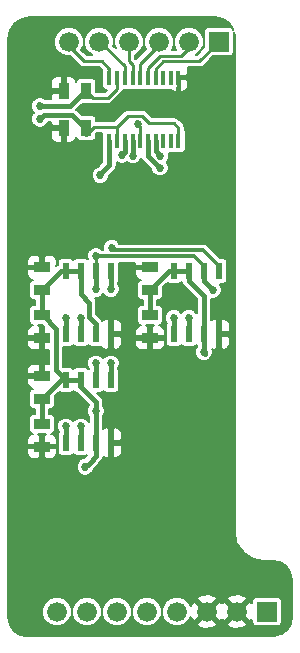
<source format=gtl>
G04 #@! TF.FileFunction,Copper,L1,Top,Signal*
%FSLAX46Y46*%
G04 Gerber Fmt 4.6, Leading zero omitted, Abs format (unit mm)*
G04 Created by KiCad (PCBNEW (2014-11-02 BZR 5250)-product) date 05/11/2014 13:18:46*
%MOMM*%
G01*
G04 APERTURE LIST*
%ADD10C,0.100000*%
%ADD11R,1.397000X0.889000*%
%ADD12R,0.889000X1.397000*%
%ADD13R,1.676400X1.676400*%
%ADD14C,1.676400*%
%ADD15R,0.406400X1.270000*%
%ADD16R,0.599440X1.399540*%
%ADD17C,0.685800*%
%ADD18C,0.406400*%
%ADD19C,0.254000*%
%ADD20C,0.152400*%
%ADD21C,0.304800*%
%ADD22C,0.203200*%
G04 APERTURE END LIST*
D10*
D11*
X112014000Y-148018500D03*
X112014000Y-146113500D03*
X121158000Y-148018500D03*
X121158000Y-146113500D03*
X112014000Y-157226000D03*
X112014000Y-155321000D03*
X112014000Y-150177500D03*
X112014000Y-152082500D03*
X121158000Y-150177500D03*
X121158000Y-152082500D03*
X112014000Y-159385000D03*
X112014000Y-161290000D03*
D12*
X115760500Y-131191000D03*
X113855500Y-131191000D03*
X115760500Y-134302500D03*
X113855500Y-134302500D03*
D13*
X127000000Y-127000000D03*
D14*
X124460000Y-127000000D03*
X121920000Y-127000000D03*
X119380000Y-127000000D03*
X116840000Y-127000000D03*
X114300000Y-127000000D03*
D15*
X117729000Y-135382000D03*
X118364000Y-135382000D03*
X119024400Y-135382000D03*
X119684800Y-135382000D03*
X120319800Y-135382000D03*
X120980200Y-135382000D03*
X121640600Y-135382000D03*
X122275600Y-135382000D03*
X122936000Y-135382000D03*
X123571000Y-135382000D03*
X123571000Y-130048000D03*
X122936000Y-130048000D03*
X122275600Y-130048000D03*
X121640600Y-130048000D03*
X120980200Y-130048000D03*
X120319800Y-130048000D03*
X119684800Y-130048000D03*
X119024400Y-130048000D03*
X118364000Y-130048000D03*
X117729000Y-130048000D03*
D16*
X114046000Y-155638500D03*
X114046000Y-160972500D03*
X115316000Y-155638500D03*
X116586000Y-155638500D03*
X117856000Y-155638500D03*
X115316000Y-160972500D03*
X116586000Y-160972500D03*
X117856000Y-160972500D03*
X114046000Y-146431000D03*
X114046000Y-151765000D03*
X115316000Y-146431000D03*
X116586000Y-146431000D03*
X117856000Y-146431000D03*
X115316000Y-151765000D03*
X116586000Y-151765000D03*
X117856000Y-151765000D03*
X123190000Y-146431000D03*
X123190000Y-151765000D03*
X124460000Y-146431000D03*
X125730000Y-146431000D03*
X127000000Y-146431000D03*
X124460000Y-151765000D03*
X125730000Y-151765000D03*
X127000000Y-151765000D03*
D13*
X131064000Y-175260000D03*
D14*
X128524000Y-175260000D03*
X125984000Y-175260000D03*
X123444000Y-175260000D03*
X120904000Y-175260000D03*
X118364000Y-175260000D03*
X115824000Y-175260000D03*
X113284000Y-175260000D03*
D17*
X115697000Y-163004500D03*
X111823500Y-133540500D03*
X125730000Y-153289000D03*
X116586000Y-158242000D03*
X111823500Y-132461000D03*
X122047000Y-136652000D03*
X114046000Y-150368000D03*
X126492000Y-148018500D03*
X116586000Y-154241500D03*
X116586000Y-147955000D03*
X116586000Y-145161000D03*
X116967000Y-138303000D03*
X117856000Y-154241500D03*
X117919500Y-144462500D03*
X117856000Y-147955000D03*
X119697500Y-136652000D03*
X115316000Y-150368000D03*
X124460000Y-150368000D03*
X118808500Y-136588500D03*
X115316000Y-159575500D03*
X123190000Y-150368000D03*
X121983500Y-137668000D03*
X120142000Y-133985000D03*
X114046000Y-159575500D03*
D18*
X116039899Y-162661601D02*
X115697000Y-163004500D01*
X116586000Y-160972500D02*
X116586000Y-162115500D01*
X116586000Y-162115500D02*
X116039899Y-162661601D01*
X112166399Y-133197601D02*
X111823500Y-133540500D01*
X112229899Y-133197601D02*
X112166399Y-133197601D01*
D19*
X118364000Y-134239000D02*
X118364000Y-135382000D01*
X116395500Y-134239000D02*
X118364000Y-134239000D01*
X115824000Y-134810500D02*
X116395500Y-134239000D01*
D20*
X115760500Y-134810500D02*
X115824000Y-134810500D01*
D19*
X119316500Y-133286500D02*
X118364000Y-134239000D01*
X120459500Y-133286500D02*
X119316500Y-133286500D01*
X121094500Y-133921500D02*
X120459500Y-133286500D01*
X123190000Y-133921500D02*
X121094500Y-133921500D01*
X123571000Y-134302500D02*
X123190000Y-133921500D01*
X123571000Y-135382000D02*
X123571000Y-134302500D01*
D18*
X114528601Y-133197601D02*
X112229899Y-133197601D01*
X115760500Y-134429500D02*
X114528601Y-133197601D01*
X115760500Y-134810500D02*
X115760500Y-134429500D01*
X114046000Y-155638500D02*
X115316000Y-155638500D01*
X116586000Y-158242000D02*
X116586000Y-160972500D01*
X116586000Y-157480000D02*
X116586000Y-158242000D01*
X115316000Y-156210000D02*
X116586000Y-157480000D01*
D20*
X115316000Y-155638500D02*
X115316000Y-156210000D01*
D18*
X113601500Y-155638500D02*
X112014000Y-157226000D01*
X114046000Y-155638500D02*
X113601500Y-155638500D01*
X112014000Y-157226000D02*
X112014000Y-159385000D01*
X114046000Y-146431000D02*
X115316000Y-146431000D01*
X113601500Y-146431000D02*
X112014000Y-148018500D01*
X114046000Y-146431000D02*
X113601500Y-146431000D01*
X112014000Y-148018500D02*
X112014000Y-150177500D01*
X124460000Y-146431000D02*
X123190000Y-146431000D01*
X122745500Y-146431000D02*
X121158000Y-148018500D01*
X123190000Y-146431000D02*
X122745500Y-146431000D01*
X121158000Y-148018500D02*
X121158000Y-150177500D01*
X125730000Y-148526500D02*
X125730000Y-151765000D01*
X124460000Y-147256500D02*
X125730000Y-148526500D01*
X124460000Y-146431000D02*
X124460000Y-147256500D01*
X113220500Y-154813000D02*
X114046000Y-155638500D01*
X113220500Y-151320500D02*
X113220500Y-154813000D01*
X112077500Y-150177500D02*
X113220500Y-151320500D01*
D19*
X112014000Y-150177500D02*
X112077500Y-150177500D01*
D18*
X116014499Y-150341329D02*
X116014500Y-150341330D01*
X116014500Y-150341330D02*
X116586000Y-150912830D01*
X116586000Y-150912830D02*
X116586000Y-151765000D01*
X115316000Y-146431000D02*
X115316000Y-147283170D01*
X125730000Y-151765000D02*
X125730000Y-153289000D01*
X125793500Y-153416000D02*
X125730000Y-153352500D01*
X125730000Y-153352500D02*
X125730000Y-153289000D01*
X115316000Y-148399500D02*
X116014500Y-149098000D01*
X116014500Y-149098000D02*
X116014500Y-150341330D01*
X115316000Y-146431000D02*
X115316000Y-148399500D01*
D19*
X121640600Y-129311400D02*
X121640600Y-130048000D01*
X122301000Y-128651000D02*
X121640600Y-129311400D01*
X125349000Y-128651000D02*
X122301000Y-128651000D01*
X127000000Y-127000000D02*
X125349000Y-128651000D01*
X120980200Y-129209800D02*
X120980200Y-130048000D01*
X121983500Y-128206500D02*
X120980200Y-129209800D01*
X123761500Y-128206500D02*
X121983500Y-128206500D01*
X124460000Y-127508000D02*
X123761500Y-128206500D01*
X124460000Y-127000000D02*
X124460000Y-127508000D01*
X121920000Y-127000000D02*
X121920000Y-127254000D01*
X121920000Y-127254000D02*
X120319800Y-128854200D01*
X120319800Y-128854200D02*
X120319800Y-130048000D01*
X120319800Y-130048000D02*
X120332500Y-130060700D01*
X119380000Y-127000000D02*
X119380000Y-128651000D01*
X119684800Y-128955800D02*
X119684800Y-130048000D01*
X119380000Y-128651000D02*
X119684800Y-128955800D01*
X116840000Y-127000000D02*
X116967000Y-127000000D01*
X116967000Y-127000000D02*
X119024400Y-129057400D01*
X119024400Y-129057400D02*
X119024400Y-130048000D01*
X114300000Y-127000000D02*
X114300000Y-127381000D01*
X114300000Y-127381000D02*
X115570000Y-128651000D01*
X115570000Y-128651000D02*
X117094000Y-128651000D01*
X117094000Y-128651000D02*
X117729000Y-129286000D01*
X117729000Y-129286000D02*
X117729000Y-130048000D01*
D18*
X115760500Y-131064000D02*
X114363500Y-132461000D01*
X112308433Y-132461000D02*
X111823500Y-132461000D01*
X114363500Y-132461000D02*
X112308433Y-132461000D01*
D19*
X116332000Y-131762500D02*
X117602000Y-131762500D01*
X118364000Y-130048000D02*
X118364000Y-131000500D01*
X118364000Y-131000500D02*
X117602000Y-131762500D01*
X115760500Y-131191000D02*
X116332000Y-131762500D01*
D20*
X115760500Y-131064000D02*
X115760500Y-131191000D01*
D19*
X122035996Y-136652000D02*
X122047000Y-136652000D01*
X122028798Y-136659198D02*
X122035996Y-136652000D01*
D18*
X121640600Y-136271000D02*
X122028798Y-136659198D01*
X121640600Y-135382000D02*
X121640600Y-136271000D01*
X114046000Y-150368000D02*
X114046000Y-151765000D01*
X125730000Y-147256500D02*
X126492000Y-148018500D01*
X125730000Y-146431000D02*
X125730000Y-147256500D01*
X116586000Y-146431000D02*
X116586000Y-147955000D01*
X116586000Y-155638500D02*
X116586000Y-154241500D01*
D19*
X116586000Y-146431000D02*
X116586000Y-145161000D01*
D20*
X125730000Y-146431000D02*
X125730000Y-146030950D01*
D21*
X125730000Y-146030950D02*
X124860050Y-145161000D01*
X124860050Y-145161000D02*
X117070933Y-145161000D01*
X117070933Y-145161000D02*
X116586000Y-145161000D01*
D18*
X117729000Y-135382000D02*
X117729000Y-137477500D01*
D19*
X117729000Y-136525000D02*
X117729000Y-137477500D01*
D18*
X116967000Y-138239500D02*
X116967000Y-138303000D01*
X117729000Y-137477500D02*
X116967000Y-138239500D01*
X117856000Y-155638500D02*
X117856000Y-154241500D01*
X117856000Y-147955000D02*
X117856000Y-146431000D01*
D20*
X127000000Y-146431000D02*
X127000000Y-146030950D01*
D18*
X119684800Y-135382000D02*
X119684800Y-136639300D01*
X119684800Y-136639300D02*
X119697500Y-136652000D01*
D21*
X118110000Y-144653000D02*
X117919500Y-144462500D01*
X125622050Y-144653000D02*
X118110000Y-144653000D01*
X127000000Y-146030950D02*
X125622050Y-144653000D01*
D18*
X115316000Y-150368000D02*
X115316000Y-151765000D01*
X124460000Y-151765000D02*
X124460000Y-150368000D01*
X119024400Y-135382000D02*
X119024399Y-136309101D01*
D19*
X119024400Y-136245600D02*
X119024399Y-136309101D01*
D18*
X118808500Y-136525000D02*
X118808500Y-136588500D01*
X119024399Y-136309101D02*
X118808500Y-136525000D01*
X115316000Y-159575500D02*
X115316000Y-160972500D01*
X123190000Y-150368000D02*
X123190000Y-151765000D01*
X121640601Y-137325101D02*
X121983500Y-137668000D01*
X120980200Y-135382000D02*
X120980200Y-136664700D01*
X120980200Y-136664700D02*
X121640601Y-137325101D01*
D19*
X120319800Y-134162800D02*
X120142000Y-133985000D01*
X120319800Y-135382000D02*
X120319800Y-134162800D01*
D18*
X114046000Y-159575500D02*
X114046000Y-160972500D01*
D22*
G36*
X133147600Y-175610390D02*
X133057733Y-176277367D01*
X132749712Y-176807158D01*
X132308600Y-177143515D01*
X132308600Y-176179038D01*
X132308600Y-176017362D01*
X132308600Y-174340962D01*
X132246729Y-174191593D01*
X132132407Y-174077271D01*
X131983038Y-174015400D01*
X131821362Y-174015400D01*
X130144962Y-174015400D01*
X129995593Y-174077271D01*
X129881271Y-174191593D01*
X129819400Y-174340962D01*
X129819400Y-174502638D01*
X129819400Y-174563625D01*
X129801439Y-174520264D01*
X129561582Y-174437945D01*
X129346055Y-174653471D01*
X129346055Y-174222418D01*
X129263736Y-173982561D01*
X128718572Y-173796715D01*
X128143787Y-173833642D01*
X127909320Y-173930761D01*
X127909320Y-152586027D01*
X127909320Y-152343513D01*
X127909320Y-152069800D01*
X127909320Y-151460200D01*
X127909320Y-151186487D01*
X127909320Y-150943973D01*
X127816514Y-150719919D01*
X127706120Y-150609525D01*
X127706120Y-147211608D01*
X127706120Y-147049932D01*
X127706120Y-145650392D01*
X127644249Y-145501023D01*
X127529927Y-145386701D01*
X127380558Y-145324830D01*
X127218882Y-145324830D01*
X127084142Y-145324830D01*
X126017181Y-144257869D01*
X125835894Y-144136736D01*
X125622050Y-144094200D01*
X124383800Y-144094200D01*
X124383800Y-130804257D01*
X124383800Y-130561743D01*
X124383800Y-130352800D01*
X124231400Y-130200400D01*
X123672600Y-130200400D01*
X123672600Y-131140200D01*
X123825000Y-131292600D01*
X123895457Y-131292600D01*
X124119511Y-131199794D01*
X124290994Y-131028311D01*
X124383800Y-130804257D01*
X124383800Y-144094200D01*
X118578065Y-144094200D01*
X118555096Y-144038610D01*
X118344499Y-143827644D01*
X118069199Y-143713330D01*
X117771109Y-143713070D01*
X117495610Y-143826904D01*
X117284644Y-144037501D01*
X117170330Y-144312801D01*
X117170077Y-144602200D01*
X117086921Y-144602200D01*
X117010999Y-144526144D01*
X116735699Y-144411830D01*
X116437609Y-144411570D01*
X116162110Y-144525404D01*
X115951144Y-144736001D01*
X115836830Y-145011301D01*
X115836570Y-145309391D01*
X115884418Y-145425192D01*
X115845927Y-145386701D01*
X115696558Y-145324830D01*
X115534882Y-145324830D01*
X114935442Y-145324830D01*
X114786073Y-145386701D01*
X114681000Y-145491774D01*
X114575927Y-145386701D01*
X114426558Y-145324830D01*
X114264882Y-145324830D01*
X113703100Y-145324830D01*
X113703100Y-135458200D01*
X113703100Y-134454900D01*
X112953800Y-134454900D01*
X112801400Y-134607300D01*
X112801400Y-134879743D01*
X112801400Y-135122257D01*
X112894206Y-135346311D01*
X113065689Y-135517794D01*
X113289743Y-135610600D01*
X113550700Y-135610600D01*
X113703100Y-135458200D01*
X113703100Y-145324830D01*
X113665442Y-145324830D01*
X113516073Y-145386701D01*
X113401751Y-145501023D01*
X113339880Y-145650392D01*
X113339880Y-145812068D01*
X113339880Y-145886736D01*
X113322100Y-145898616D01*
X113228590Y-145961098D01*
X113169702Y-145961098D01*
X113322100Y-145808700D01*
X113322100Y-145547743D01*
X113229294Y-145323689D01*
X113057811Y-145152206D01*
X112833757Y-145059400D01*
X112591243Y-145059400D01*
X112318800Y-145059400D01*
X112166400Y-145211800D01*
X112166400Y-145961100D01*
X112186400Y-145961100D01*
X112186400Y-146265900D01*
X112166400Y-146265900D01*
X112166400Y-146285900D01*
X111861600Y-146285900D01*
X111861600Y-146265900D01*
X111861600Y-145961100D01*
X111861600Y-145211800D01*
X111709200Y-145059400D01*
X111436757Y-145059400D01*
X111194243Y-145059400D01*
X110970189Y-145152206D01*
X110798706Y-145323689D01*
X110705900Y-145547743D01*
X110705900Y-145808700D01*
X110858300Y-145961100D01*
X111861600Y-145961100D01*
X111861600Y-146265900D01*
X110858300Y-146265900D01*
X110705900Y-146418300D01*
X110705900Y-146679257D01*
X110798706Y-146903311D01*
X110970189Y-147074794D01*
X111194243Y-147167600D01*
X111234662Y-147167600D01*
X111085293Y-147229471D01*
X110970971Y-147343793D01*
X110909100Y-147493162D01*
X110909100Y-147654838D01*
X110909100Y-148543838D01*
X110970971Y-148693207D01*
X111085293Y-148807529D01*
X111234662Y-148869400D01*
X111396338Y-148869400D01*
X111404400Y-148869400D01*
X111404400Y-149326600D01*
X111234662Y-149326600D01*
X111085293Y-149388471D01*
X110970971Y-149502793D01*
X110909100Y-149652162D01*
X110909100Y-149813838D01*
X110909100Y-150702838D01*
X110970971Y-150852207D01*
X111085293Y-150966529D01*
X111234662Y-151028400D01*
X111194243Y-151028400D01*
X110970189Y-151121206D01*
X110798706Y-151292689D01*
X110705900Y-151516743D01*
X110705900Y-151777700D01*
X110858300Y-151930100D01*
X111861600Y-151930100D01*
X111861600Y-151180800D01*
X111709200Y-151028400D01*
X112066296Y-151028400D01*
X112192548Y-151154652D01*
X112166400Y-151180800D01*
X112166400Y-151930100D01*
X112186400Y-151930100D01*
X112186400Y-152234900D01*
X112166400Y-152234900D01*
X112166400Y-152984200D01*
X112318800Y-153136600D01*
X112591243Y-153136600D01*
X112610900Y-153136600D01*
X112610900Y-154266900D01*
X112591243Y-154266900D01*
X112318800Y-154266900D01*
X112166400Y-154419300D01*
X112166400Y-155168600D01*
X112186400Y-155168600D01*
X112186400Y-155473400D01*
X112166400Y-155473400D01*
X112166400Y-155493400D01*
X111861600Y-155493400D01*
X111861600Y-155473400D01*
X111861600Y-155168600D01*
X111861600Y-154419300D01*
X111861600Y-152984200D01*
X111861600Y-152234900D01*
X110858300Y-152234900D01*
X110705900Y-152387300D01*
X110705900Y-152648257D01*
X110798706Y-152872311D01*
X110970189Y-153043794D01*
X111194243Y-153136600D01*
X111436757Y-153136600D01*
X111709200Y-153136600D01*
X111861600Y-152984200D01*
X111861600Y-154419300D01*
X111709200Y-154266900D01*
X111436757Y-154266900D01*
X111194243Y-154266900D01*
X110970189Y-154359706D01*
X110798706Y-154531189D01*
X110705900Y-154755243D01*
X110705900Y-155016200D01*
X110858300Y-155168600D01*
X111861600Y-155168600D01*
X111861600Y-155473400D01*
X110858300Y-155473400D01*
X110705900Y-155625800D01*
X110705900Y-155886757D01*
X110798706Y-156110811D01*
X110970189Y-156282294D01*
X111194243Y-156375100D01*
X111234662Y-156375100D01*
X111085293Y-156436971D01*
X110970971Y-156551293D01*
X110909100Y-156700662D01*
X110909100Y-156862338D01*
X110909100Y-157751338D01*
X110970971Y-157900707D01*
X111085293Y-158015029D01*
X111234662Y-158076900D01*
X111396338Y-158076900D01*
X111404400Y-158076900D01*
X111404400Y-158534100D01*
X111234662Y-158534100D01*
X111085293Y-158595971D01*
X110970971Y-158710293D01*
X110909100Y-158859662D01*
X110909100Y-159021338D01*
X110909100Y-159910338D01*
X110970971Y-160059707D01*
X111085293Y-160174029D01*
X111234662Y-160235900D01*
X111194243Y-160235900D01*
X110970189Y-160328706D01*
X110798706Y-160500189D01*
X110705900Y-160724243D01*
X110705900Y-160985200D01*
X110858300Y-161137600D01*
X111861600Y-161137600D01*
X111861600Y-160388300D01*
X111709200Y-160235900D01*
X112318800Y-160235900D01*
X112166400Y-160388300D01*
X112166400Y-161137600D01*
X113169700Y-161137600D01*
X113322100Y-160985200D01*
X113322100Y-160724243D01*
X113229294Y-160500189D01*
X113057811Y-160328706D01*
X112833757Y-160235900D01*
X112793338Y-160235900D01*
X112942707Y-160174029D01*
X113057029Y-160059707D01*
X113118900Y-159910338D01*
X113118900Y-159748662D01*
X113118900Y-158859662D01*
X113057029Y-158710293D01*
X112942707Y-158595971D01*
X112793338Y-158534100D01*
X112631662Y-158534100D01*
X112623600Y-158534100D01*
X112623600Y-158076900D01*
X112793338Y-158076900D01*
X112942707Y-158015029D01*
X113057029Y-157900707D01*
X113118900Y-157751338D01*
X113118900Y-157589662D01*
X113118900Y-156983204D01*
X113467689Y-156634415D01*
X113516073Y-156682799D01*
X113665442Y-156744670D01*
X113827118Y-156744670D01*
X114426558Y-156744670D01*
X114575927Y-156682799D01*
X114681000Y-156577726D01*
X114786073Y-156682799D01*
X114935442Y-156744670D01*
X114988566Y-156744670D01*
X115976400Y-157732504D01*
X115976400Y-157791789D01*
X115951144Y-157817001D01*
X115836830Y-158092301D01*
X115836570Y-158390391D01*
X115950404Y-158665890D01*
X115976400Y-158691931D01*
X115976400Y-159211640D01*
X115951596Y-159151610D01*
X115740999Y-158940644D01*
X115465699Y-158826330D01*
X115167609Y-158826070D01*
X114892110Y-158939904D01*
X114681144Y-159150501D01*
X114680951Y-159150964D01*
X114470999Y-158940644D01*
X114195699Y-158826330D01*
X113897609Y-158826070D01*
X113622110Y-158939904D01*
X113411144Y-159150501D01*
X113296830Y-159425801D01*
X113296570Y-159723891D01*
X113410404Y-159999390D01*
X113427628Y-160016645D01*
X113401751Y-160042523D01*
X113339880Y-160191892D01*
X113339880Y-160353568D01*
X113339880Y-161753108D01*
X113401751Y-161902477D01*
X113516073Y-162016799D01*
X113665442Y-162078670D01*
X113827118Y-162078670D01*
X114426558Y-162078670D01*
X114575927Y-162016799D01*
X114681000Y-161911726D01*
X114786073Y-162016799D01*
X114935442Y-162078670D01*
X115097118Y-162078670D01*
X115696558Y-162078670D01*
X115806099Y-162033296D01*
X115608849Y-162230546D01*
X115608846Y-162230549D01*
X115584293Y-162255101D01*
X115548609Y-162255070D01*
X115273110Y-162368904D01*
X115062144Y-162579501D01*
X114947830Y-162854801D01*
X114947570Y-163152891D01*
X115061404Y-163428390D01*
X115272001Y-163639356D01*
X115547301Y-163753670D01*
X115845391Y-163753930D01*
X116120890Y-163640096D01*
X116331856Y-163429499D01*
X116446170Y-163154199D01*
X116446202Y-163117402D01*
X116470951Y-163092654D01*
X116470951Y-163092653D01*
X116470953Y-163092650D01*
X117017052Y-162546553D01*
X117017052Y-162546552D01*
X117149197Y-162348784D01*
X117185944Y-162164039D01*
X117210969Y-162189064D01*
X117435023Y-162281870D01*
X117553740Y-162281870D01*
X117706140Y-162129470D01*
X117706140Y-161124900D01*
X117683600Y-161124900D01*
X117683600Y-160820100D01*
X117706140Y-160820100D01*
X117706140Y-159815530D01*
X117553740Y-159663130D01*
X117435023Y-159663130D01*
X117210969Y-159755936D01*
X117195600Y-159771305D01*
X117195600Y-158692210D01*
X117220856Y-158666999D01*
X117335170Y-158391699D01*
X117335430Y-158093609D01*
X117221596Y-157818110D01*
X117195600Y-157792068D01*
X117195600Y-157480000D01*
X117149197Y-157246716D01*
X117017052Y-157048948D01*
X116712774Y-156744670D01*
X116966558Y-156744670D01*
X117115927Y-156682799D01*
X117221000Y-156577726D01*
X117326073Y-156682799D01*
X117475442Y-156744670D01*
X117637118Y-156744670D01*
X118236558Y-156744670D01*
X118385927Y-156682799D01*
X118500249Y-156568477D01*
X118562120Y-156419108D01*
X118562120Y-156257432D01*
X118562120Y-154857892D01*
X118500249Y-154708523D01*
X118474526Y-154682800D01*
X118490856Y-154666499D01*
X118605170Y-154391199D01*
X118605430Y-154093109D01*
X118491596Y-153817610D01*
X118280999Y-153606644D01*
X118005699Y-153492330D01*
X117707609Y-153492070D01*
X117432110Y-153605904D01*
X117221144Y-153816501D01*
X117220951Y-153816964D01*
X117010999Y-153606644D01*
X116735699Y-153492330D01*
X116437609Y-153492070D01*
X116162110Y-153605904D01*
X115951144Y-153816501D01*
X115836830Y-154091801D01*
X115836570Y-154389891D01*
X115950404Y-154665390D01*
X115967628Y-154682645D01*
X115951000Y-154699274D01*
X115845927Y-154594201D01*
X115696558Y-154532330D01*
X115534882Y-154532330D01*
X114935442Y-154532330D01*
X114786073Y-154594201D01*
X114681000Y-154699274D01*
X114575927Y-154594201D01*
X114426558Y-154532330D01*
X114264882Y-154532330D01*
X113830100Y-154532330D01*
X113830100Y-152871170D01*
X114426558Y-152871170D01*
X114575927Y-152809299D01*
X114681000Y-152704226D01*
X114786073Y-152809299D01*
X114935442Y-152871170D01*
X115097118Y-152871170D01*
X115696558Y-152871170D01*
X115845927Y-152809299D01*
X115951000Y-152704226D01*
X116056073Y-152809299D01*
X116205442Y-152871170D01*
X116367118Y-152871170D01*
X116966558Y-152871170D01*
X117061322Y-152831917D01*
X117210969Y-152981564D01*
X117435023Y-153074370D01*
X117553740Y-153074370D01*
X117706140Y-152921970D01*
X117706140Y-151917400D01*
X117683600Y-151917400D01*
X117683600Y-151612600D01*
X117706140Y-151612600D01*
X117706140Y-150608030D01*
X117553740Y-150455630D01*
X117435023Y-150455630D01*
X117210969Y-150548436D01*
X117121424Y-150637980D01*
X117017052Y-150481778D01*
X116624100Y-150088826D01*
X116624100Y-149098000D01*
X116577697Y-148864716D01*
X116470442Y-148704199D01*
X116734391Y-148704430D01*
X117009890Y-148590596D01*
X117220856Y-148379999D01*
X117221048Y-148379535D01*
X117431001Y-148589856D01*
X117706301Y-148704170D01*
X118004391Y-148704430D01*
X118279890Y-148590596D01*
X118490856Y-148379999D01*
X118605170Y-148104699D01*
X118605430Y-147806609D01*
X118491596Y-147531110D01*
X118465600Y-147505068D01*
X118465600Y-147395626D01*
X118500249Y-147360977D01*
X118562120Y-147211608D01*
X118562120Y-147049932D01*
X118562120Y-145719800D01*
X119849900Y-145719800D01*
X119849900Y-145808700D01*
X120002300Y-145961100D01*
X121005600Y-145961100D01*
X121005600Y-145941100D01*
X121310400Y-145941100D01*
X121310400Y-145961100D01*
X121330400Y-145961100D01*
X121330400Y-146265900D01*
X121310400Y-146265900D01*
X121310400Y-146285900D01*
X121005600Y-146285900D01*
X121005600Y-146265900D01*
X120002300Y-146265900D01*
X119849900Y-146418300D01*
X119849900Y-146679257D01*
X119942706Y-146903311D01*
X120114189Y-147074794D01*
X120338243Y-147167600D01*
X120378662Y-147167600D01*
X120229293Y-147229471D01*
X120114971Y-147343793D01*
X120053100Y-147493162D01*
X120053100Y-147654838D01*
X120053100Y-148543838D01*
X120114971Y-148693207D01*
X120229293Y-148807529D01*
X120378662Y-148869400D01*
X120540338Y-148869400D01*
X120548400Y-148869400D01*
X120548400Y-149326600D01*
X120378662Y-149326600D01*
X120229293Y-149388471D01*
X120114971Y-149502793D01*
X120053100Y-149652162D01*
X120053100Y-149813838D01*
X120053100Y-150702838D01*
X120114971Y-150852207D01*
X120229293Y-150966529D01*
X120378662Y-151028400D01*
X120338243Y-151028400D01*
X120114189Y-151121206D01*
X119942706Y-151292689D01*
X119849900Y-151516743D01*
X119849900Y-151777700D01*
X120002300Y-151930100D01*
X121005600Y-151930100D01*
X121005600Y-151180800D01*
X120853200Y-151028400D01*
X121462800Y-151028400D01*
X121310400Y-151180800D01*
X121310400Y-151930100D01*
X122313700Y-151930100D01*
X122466100Y-151777700D01*
X122466100Y-151516743D01*
X122373294Y-151292689D01*
X122201811Y-151121206D01*
X121977757Y-151028400D01*
X121937338Y-151028400D01*
X122086707Y-150966529D01*
X122201029Y-150852207D01*
X122262900Y-150702838D01*
X122262900Y-150541162D01*
X122262900Y-149652162D01*
X122201029Y-149502793D01*
X122086707Y-149388471D01*
X121937338Y-149326600D01*
X121775662Y-149326600D01*
X121767600Y-149326600D01*
X121767600Y-148869400D01*
X121937338Y-148869400D01*
X122086707Y-148807529D01*
X122201029Y-148693207D01*
X122262900Y-148543838D01*
X122262900Y-148382162D01*
X122262900Y-147775704D01*
X122611689Y-147426915D01*
X122660073Y-147475299D01*
X122809442Y-147537170D01*
X122971118Y-147537170D01*
X123570558Y-147537170D01*
X123719927Y-147475299D01*
X123825000Y-147370226D01*
X123884945Y-147430171D01*
X123896803Y-147489784D01*
X124028948Y-147687552D01*
X125120400Y-148779004D01*
X125120400Y-150004140D01*
X125095596Y-149944110D01*
X124884999Y-149733144D01*
X124609699Y-149618830D01*
X124311609Y-149618570D01*
X124036110Y-149732404D01*
X123825144Y-149943001D01*
X123824951Y-149943464D01*
X123614999Y-149733144D01*
X123339699Y-149618830D01*
X123041609Y-149618570D01*
X122766110Y-149732404D01*
X122555144Y-149943001D01*
X122440830Y-150218301D01*
X122440570Y-150516391D01*
X122554404Y-150791890D01*
X122571628Y-150809145D01*
X122545751Y-150835023D01*
X122483880Y-150984392D01*
X122483880Y-151146068D01*
X122483880Y-152545608D01*
X122545751Y-152694977D01*
X122660073Y-152809299D01*
X122809442Y-152871170D01*
X122971118Y-152871170D01*
X123570558Y-152871170D01*
X123719927Y-152809299D01*
X123825000Y-152704226D01*
X123930073Y-152809299D01*
X124079442Y-152871170D01*
X124241118Y-152871170D01*
X124840558Y-152871170D01*
X124989927Y-152809299D01*
X125095000Y-152704226D01*
X125120400Y-152729626D01*
X125120400Y-152838789D01*
X125095144Y-152864001D01*
X124980830Y-153139301D01*
X124980570Y-153437391D01*
X125094404Y-153712890D01*
X125305001Y-153923856D01*
X125580301Y-154038170D01*
X125878391Y-154038430D01*
X126017068Y-153981129D01*
X126026784Y-153979197D01*
X126034948Y-153973741D01*
X126153890Y-153924596D01*
X126364856Y-153713999D01*
X126479170Y-153438699D01*
X126479430Y-153140609D01*
X126425844Y-153010921D01*
X126579023Y-153074370D01*
X126697740Y-153074370D01*
X126850140Y-152921970D01*
X126850140Y-151917400D01*
X126827600Y-151917400D01*
X126827600Y-151612600D01*
X126850140Y-151612600D01*
X126850140Y-150608030D01*
X126697740Y-150455630D01*
X126579023Y-150455630D01*
X126354969Y-150548436D01*
X126339600Y-150563805D01*
X126339600Y-148766548D01*
X126342301Y-148767670D01*
X126640391Y-148767930D01*
X126915890Y-148654096D01*
X127126856Y-148443499D01*
X127241170Y-148168199D01*
X127241430Y-147870109D01*
X127127596Y-147594610D01*
X127070256Y-147537170D01*
X127380558Y-147537170D01*
X127529927Y-147475299D01*
X127644249Y-147360977D01*
X127706120Y-147211608D01*
X127706120Y-150609525D01*
X127645031Y-150548436D01*
X127420977Y-150455630D01*
X127302260Y-150455630D01*
X127149860Y-150608030D01*
X127149860Y-151612600D01*
X127756920Y-151612600D01*
X127909320Y-151460200D01*
X127909320Y-152069800D01*
X127756920Y-151917400D01*
X127149860Y-151917400D01*
X127149860Y-152921970D01*
X127302260Y-153074370D01*
X127420977Y-153074370D01*
X127645031Y-152981564D01*
X127816514Y-152810081D01*
X127909320Y-152586027D01*
X127909320Y-173930761D01*
X127784264Y-173982561D01*
X127701945Y-174222418D01*
X128524000Y-175044474D01*
X129346055Y-174222418D01*
X129346055Y-174653471D01*
X128739526Y-175260000D01*
X129561582Y-176082055D01*
X129801439Y-175999736D01*
X129819400Y-175947048D01*
X129819400Y-176179038D01*
X129881271Y-176328407D01*
X129995593Y-176442729D01*
X130144962Y-176504600D01*
X130306638Y-176504600D01*
X131983038Y-176504600D01*
X132132407Y-176442729D01*
X132246729Y-176328407D01*
X132308600Y-176179038D01*
X132308600Y-177143515D01*
X132262396Y-177178747D01*
X131639618Y-177343600D01*
X129346055Y-177343600D01*
X129346055Y-176297582D01*
X128524000Y-175475526D01*
X128308474Y-175691052D01*
X128308474Y-175260000D01*
X127486418Y-174437945D01*
X127254000Y-174517710D01*
X127021582Y-174437945D01*
X126806055Y-174653471D01*
X126806055Y-174222418D01*
X126723736Y-173982561D01*
X126178572Y-173796715D01*
X125603787Y-173833642D01*
X125244264Y-173982561D01*
X125161945Y-174222418D01*
X125984000Y-175044474D01*
X126806055Y-174222418D01*
X126806055Y-174653471D01*
X126199526Y-175260000D01*
X127021582Y-176082055D01*
X127254000Y-176002289D01*
X127486418Y-176082055D01*
X128308474Y-175260000D01*
X128308474Y-175691052D01*
X127701945Y-176297582D01*
X127784264Y-176537439D01*
X128329428Y-176723285D01*
X128904213Y-176686358D01*
X129263736Y-176537439D01*
X129346055Y-176297582D01*
X129346055Y-177343600D01*
X126806055Y-177343600D01*
X126806055Y-176297582D01*
X125984000Y-175475526D01*
X125768474Y-175691052D01*
X125768474Y-175260000D01*
X124946418Y-174437945D01*
X124706561Y-174520264D01*
X124606403Y-174814067D01*
X124499736Y-174555912D01*
X124149930Y-174205495D01*
X123692652Y-174015617D01*
X123197520Y-174015185D01*
X122739912Y-174204264D01*
X122466100Y-174477598D01*
X122466100Y-152648257D01*
X122466100Y-152387300D01*
X122313700Y-152234900D01*
X121310400Y-152234900D01*
X121310400Y-152984200D01*
X121462800Y-153136600D01*
X121735243Y-153136600D01*
X121977757Y-153136600D01*
X122201811Y-153043794D01*
X122373294Y-152872311D01*
X122466100Y-152648257D01*
X122466100Y-174477598D01*
X122389495Y-174554070D01*
X122199617Y-175011348D01*
X122199185Y-175506480D01*
X122388264Y-175964088D01*
X122738070Y-176314505D01*
X123195348Y-176504383D01*
X123690480Y-176504815D01*
X124148088Y-176315736D01*
X124498505Y-175965930D01*
X124595651Y-175731975D01*
X124706561Y-175999736D01*
X124946418Y-176082055D01*
X125768474Y-175260000D01*
X125768474Y-175691052D01*
X125161945Y-176297582D01*
X125244264Y-176537439D01*
X125789428Y-176723285D01*
X126364213Y-176686358D01*
X126723736Y-176537439D01*
X126806055Y-176297582D01*
X126806055Y-177343600D01*
X122148815Y-177343600D01*
X122148815Y-175013520D01*
X121959736Y-174555912D01*
X121609930Y-174205495D01*
X121152652Y-174015617D01*
X121005600Y-174015488D01*
X121005600Y-152984200D01*
X121005600Y-152234900D01*
X120002300Y-152234900D01*
X119849900Y-152387300D01*
X119849900Y-152648257D01*
X119942706Y-152872311D01*
X120114189Y-153043794D01*
X120338243Y-153136600D01*
X120580757Y-153136600D01*
X120853200Y-153136600D01*
X121005600Y-152984200D01*
X121005600Y-174015488D01*
X120657520Y-174015185D01*
X120199912Y-174204264D01*
X119849495Y-174554070D01*
X119659617Y-175011348D01*
X119659185Y-175506480D01*
X119848264Y-175964088D01*
X120198070Y-176314505D01*
X120655348Y-176504383D01*
X121150480Y-176504815D01*
X121608088Y-176315736D01*
X121958505Y-175965930D01*
X122148383Y-175508652D01*
X122148815Y-175013520D01*
X122148815Y-177343600D01*
X121285000Y-177343600D01*
X121158000Y-177343600D01*
X119608815Y-177343600D01*
X119608815Y-175013520D01*
X119419736Y-174555912D01*
X119069930Y-174205495D01*
X118765320Y-174079010D01*
X118765320Y-161793527D01*
X118765320Y-161551013D01*
X118765320Y-161277300D01*
X118765320Y-160667700D01*
X118765320Y-160393987D01*
X118765320Y-160151473D01*
X118765320Y-152586027D01*
X118765320Y-152343513D01*
X118765320Y-152069800D01*
X118765320Y-151460200D01*
X118765320Y-151186487D01*
X118765320Y-150943973D01*
X118672514Y-150719919D01*
X118501031Y-150548436D01*
X118276977Y-150455630D01*
X118158260Y-150455630D01*
X118005860Y-150608030D01*
X118005860Y-151612600D01*
X118612920Y-151612600D01*
X118765320Y-151460200D01*
X118765320Y-152069800D01*
X118612920Y-151917400D01*
X118005860Y-151917400D01*
X118005860Y-152921970D01*
X118158260Y-153074370D01*
X118276977Y-153074370D01*
X118501031Y-152981564D01*
X118672514Y-152810081D01*
X118765320Y-152586027D01*
X118765320Y-160151473D01*
X118672514Y-159927419D01*
X118501031Y-159755936D01*
X118276977Y-159663130D01*
X118158260Y-159663130D01*
X118005860Y-159815530D01*
X118005860Y-160820100D01*
X118612920Y-160820100D01*
X118765320Y-160667700D01*
X118765320Y-161277300D01*
X118612920Y-161124900D01*
X118005860Y-161124900D01*
X118005860Y-162129470D01*
X118158260Y-162281870D01*
X118276977Y-162281870D01*
X118501031Y-162189064D01*
X118672514Y-162017581D01*
X118765320Y-161793527D01*
X118765320Y-174079010D01*
X118612652Y-174015617D01*
X118117520Y-174015185D01*
X117659912Y-174204264D01*
X117309495Y-174554070D01*
X117119617Y-175011348D01*
X117119185Y-175506480D01*
X117308264Y-175964088D01*
X117658070Y-176314505D01*
X118115348Y-176504383D01*
X118610480Y-176504815D01*
X119068088Y-176315736D01*
X119418505Y-175965930D01*
X119608383Y-175508652D01*
X119608815Y-175013520D01*
X119608815Y-177343600D01*
X117068815Y-177343600D01*
X117068815Y-175013520D01*
X116879736Y-174555912D01*
X116529930Y-174205495D01*
X116072652Y-174015617D01*
X115577520Y-174015185D01*
X115119912Y-174204264D01*
X114769495Y-174554070D01*
X114579617Y-175011348D01*
X114579185Y-175506480D01*
X114768264Y-175964088D01*
X115118070Y-176314505D01*
X115575348Y-176504383D01*
X116070480Y-176504815D01*
X116528088Y-176315736D01*
X116878505Y-175965930D01*
X117068383Y-175508652D01*
X117068815Y-175013520D01*
X117068815Y-177343600D01*
X114528815Y-177343600D01*
X114528815Y-175013520D01*
X114339736Y-174555912D01*
X113989930Y-174205495D01*
X113532652Y-174015617D01*
X113322100Y-174015433D01*
X113322100Y-161855757D01*
X113322100Y-161594800D01*
X113169700Y-161442400D01*
X112166400Y-161442400D01*
X112166400Y-162191700D01*
X112318800Y-162344100D01*
X112591243Y-162344100D01*
X112833757Y-162344100D01*
X113057811Y-162251294D01*
X113229294Y-162079811D01*
X113322100Y-161855757D01*
X113322100Y-174015433D01*
X113037520Y-174015185D01*
X112579912Y-174204264D01*
X112229495Y-174554070D01*
X112039617Y-175011348D01*
X112039185Y-175506480D01*
X112228264Y-175964088D01*
X112578070Y-176314505D01*
X113035348Y-176504383D01*
X113530480Y-176504815D01*
X113988088Y-176315736D01*
X114338505Y-175965930D01*
X114528383Y-175508652D01*
X114528815Y-175013520D01*
X114528815Y-177343600D01*
X111861600Y-177343600D01*
X111861600Y-162191700D01*
X111861600Y-161442400D01*
X110858300Y-161442400D01*
X110705900Y-161594800D01*
X110705900Y-161855757D01*
X110798706Y-162079811D01*
X110970189Y-162251294D01*
X111194243Y-162344100D01*
X111436757Y-162344100D01*
X111709200Y-162344100D01*
X111861600Y-162191700D01*
X111861600Y-177343600D01*
X110788949Y-177343600D01*
X110144466Y-177215404D01*
X109636205Y-176875794D01*
X109296595Y-176367533D01*
X109168400Y-175723050D01*
X109168400Y-169100500D01*
X109168400Y-165608000D01*
X109168400Y-126790949D01*
X109315931Y-126049263D01*
X109710599Y-125458600D01*
X110301265Y-125063929D01*
X111042949Y-124916400D01*
X126701050Y-124916400D01*
X127345533Y-125044595D01*
X127853794Y-125384205D01*
X128193404Y-125892466D01*
X128218239Y-126017323D01*
X128182729Y-125931593D01*
X128068407Y-125817271D01*
X127919038Y-125755400D01*
X127757362Y-125755400D01*
X126080962Y-125755400D01*
X125931593Y-125817271D01*
X125817271Y-125931593D01*
X125755400Y-126080962D01*
X125755400Y-126242638D01*
X125755400Y-127490258D01*
X125128058Y-128117600D01*
X125014365Y-128117600D01*
X125164088Y-128055736D01*
X125514505Y-127705930D01*
X125704383Y-127248652D01*
X125704815Y-126753520D01*
X125515736Y-126295912D01*
X125165930Y-125945495D01*
X124708652Y-125755617D01*
X124213520Y-125755185D01*
X123755912Y-125944264D01*
X123405495Y-126294070D01*
X123215617Y-126751348D01*
X123215185Y-127246480D01*
X123391460Y-127673100D01*
X122988137Y-127673100D01*
X123164383Y-127248652D01*
X123164815Y-126753520D01*
X122975736Y-126295912D01*
X122625930Y-125945495D01*
X122168652Y-125755617D01*
X121673520Y-125755185D01*
X121215912Y-125944264D01*
X120865495Y-126294070D01*
X120675617Y-126751348D01*
X120675185Y-127246480D01*
X120820788Y-127598869D01*
X119951500Y-128468158D01*
X119913400Y-128430058D01*
X119913400Y-128126262D01*
X120084088Y-128055736D01*
X120434505Y-127705930D01*
X120624383Y-127248652D01*
X120624815Y-126753520D01*
X120435736Y-126295912D01*
X120085930Y-125945495D01*
X119628652Y-125755617D01*
X119133520Y-125755185D01*
X118675912Y-125944264D01*
X118325495Y-126294070D01*
X118135617Y-126751348D01*
X118135185Y-127246480D01*
X118253030Y-127531688D01*
X118050820Y-127329478D01*
X118084383Y-127248652D01*
X118084815Y-126753520D01*
X117895736Y-126295912D01*
X117545930Y-125945495D01*
X117088652Y-125755617D01*
X116593520Y-125755185D01*
X116135912Y-125944264D01*
X115785495Y-126294070D01*
X115595617Y-126751348D01*
X115595185Y-127246480D01*
X115784264Y-127704088D01*
X116134070Y-128054505D01*
X116286019Y-128117600D01*
X115790942Y-128117600D01*
X115361771Y-127688429D01*
X115544383Y-127248652D01*
X115544815Y-126753520D01*
X115355736Y-126295912D01*
X115005930Y-125945495D01*
X114548652Y-125755617D01*
X114053520Y-125755185D01*
X113595912Y-125944264D01*
X113245495Y-126294070D01*
X113055617Y-126751348D01*
X113055185Y-127246480D01*
X113244264Y-127704088D01*
X113594070Y-128054505D01*
X114051348Y-128244383D01*
X114409353Y-128244695D01*
X115192829Y-129028171D01*
X115365876Y-129143797D01*
X115365877Y-129143797D01*
X115570000Y-129184400D01*
X116873058Y-129184400D01*
X117119400Y-129430741D01*
X117119400Y-129493838D01*
X117119400Y-130763838D01*
X117181271Y-130913207D01*
X117295593Y-131027529D01*
X117444962Y-131089400D01*
X117520758Y-131089400D01*
X117381058Y-131229100D01*
X116611400Y-131229100D01*
X116611400Y-130411662D01*
X116549529Y-130262293D01*
X116435207Y-130147971D01*
X116285838Y-130086100D01*
X116124162Y-130086100D01*
X115235162Y-130086100D01*
X115085793Y-130147971D01*
X114971471Y-130262293D01*
X114909600Y-130411662D01*
X114909600Y-130371243D01*
X114816794Y-130147189D01*
X114645311Y-129975706D01*
X114421257Y-129882900D01*
X114160300Y-129882900D01*
X114007900Y-130035300D01*
X114007900Y-131038600D01*
X114027900Y-131038600D01*
X114027900Y-131343400D01*
X114007900Y-131343400D01*
X114007900Y-131363400D01*
X113703100Y-131363400D01*
X113703100Y-131343400D01*
X113703100Y-131038600D01*
X113703100Y-130035300D01*
X113550700Y-129882900D01*
X113289743Y-129882900D01*
X113065689Y-129975706D01*
X112894206Y-130147189D01*
X112801400Y-130371243D01*
X112801400Y-130613757D01*
X112801400Y-130886200D01*
X112953800Y-131038600D01*
X113703100Y-131038600D01*
X113703100Y-131343400D01*
X112953800Y-131343400D01*
X112801400Y-131495800D01*
X112801400Y-131768243D01*
X112801400Y-131851400D01*
X112308433Y-131851400D01*
X112273710Y-131851400D01*
X112248499Y-131826144D01*
X111973199Y-131711830D01*
X111675109Y-131711570D01*
X111399610Y-131825404D01*
X111188644Y-132036001D01*
X111074330Y-132311301D01*
X111074070Y-132609391D01*
X111187904Y-132884890D01*
X111303578Y-133000767D01*
X111188644Y-133115501D01*
X111074330Y-133390801D01*
X111074070Y-133688891D01*
X111187904Y-133964390D01*
X111398501Y-134175356D01*
X111673801Y-134289670D01*
X111971891Y-134289930D01*
X112247390Y-134176096D01*
X112458356Y-133965499D01*
X112524086Y-133807201D01*
X112801400Y-133807201D01*
X112801400Y-133997700D01*
X112953800Y-134150100D01*
X113703100Y-134150100D01*
X113703100Y-134130100D01*
X114007900Y-134130100D01*
X114007900Y-134150100D01*
X114027900Y-134150100D01*
X114027900Y-134454900D01*
X114007900Y-134454900D01*
X114007900Y-135458200D01*
X114160300Y-135610600D01*
X114421257Y-135610600D01*
X114645311Y-135517794D01*
X114816794Y-135346311D01*
X114909600Y-135122257D01*
X114909600Y-135081838D01*
X114971471Y-135231207D01*
X115085793Y-135345529D01*
X115235162Y-135407400D01*
X115396838Y-135407400D01*
X115696652Y-135407400D01*
X115760500Y-135420100D01*
X115824347Y-135407400D01*
X116285838Y-135407400D01*
X116435207Y-135345529D01*
X116549529Y-135231207D01*
X116611400Y-135081838D01*
X116611400Y-134920162D01*
X116611400Y-134777442D01*
X116616442Y-134772400D01*
X117119400Y-134772400D01*
X117119400Y-134827838D01*
X117119400Y-135382000D01*
X117119400Y-136097838D01*
X117119400Y-137224996D01*
X116771263Y-137573132D01*
X116543110Y-137667404D01*
X116332144Y-137878001D01*
X116217830Y-138153301D01*
X116217570Y-138451391D01*
X116331404Y-138726890D01*
X116542001Y-138937856D01*
X116817301Y-139052170D01*
X117115391Y-139052430D01*
X117390890Y-138938596D01*
X117601856Y-138727999D01*
X117716170Y-138452699D01*
X117716257Y-138352346D01*
X118160052Y-137908552D01*
X118292197Y-137710784D01*
X118338600Y-137477500D01*
X118338600Y-137178376D01*
X118383501Y-137223356D01*
X118658801Y-137337670D01*
X118956891Y-137337930D01*
X119216432Y-137230689D01*
X119272501Y-137286856D01*
X119547801Y-137401170D01*
X119845891Y-137401430D01*
X120121390Y-137287596D01*
X120332356Y-137076999D01*
X120413662Y-136881190D01*
X120417003Y-136897984D01*
X120549148Y-137095752D01*
X121209549Y-137756153D01*
X121234101Y-137780705D01*
X121234070Y-137816391D01*
X121347904Y-138091890D01*
X121558501Y-138302856D01*
X121833801Y-138417170D01*
X122131891Y-138417430D01*
X122407390Y-138303596D01*
X122618356Y-138092999D01*
X122732670Y-137817699D01*
X122732930Y-137519609D01*
X122619096Y-137244110D01*
X122566865Y-137191788D01*
X122681856Y-137076999D01*
X122796170Y-136801699D01*
X122796430Y-136503609D01*
X122763288Y-136423400D01*
X122813638Y-136423400D01*
X123220038Y-136423400D01*
X123253500Y-136409539D01*
X123286962Y-136423400D01*
X123448638Y-136423400D01*
X123855038Y-136423400D01*
X124004407Y-136361529D01*
X124118729Y-136247207D01*
X124180600Y-136097838D01*
X124180600Y-135936162D01*
X124180600Y-134666162D01*
X124118729Y-134516793D01*
X124104400Y-134502464D01*
X124104400Y-134302500D01*
X124063797Y-134098377D01*
X124063797Y-134098376D01*
X124017483Y-134029063D01*
X123948171Y-133925329D01*
X123948167Y-133925326D01*
X123567171Y-133544329D01*
X123394123Y-133428703D01*
X123190000Y-133388100D01*
X121315441Y-133388100D01*
X120836671Y-132909329D01*
X120663623Y-132793703D01*
X120459500Y-132753100D01*
X119316500Y-132753100D01*
X119112376Y-132793703D01*
X119043063Y-132840016D01*
X118939329Y-132909329D01*
X118939326Y-132909332D01*
X118143058Y-133705600D01*
X116611400Y-133705600D01*
X116611400Y-133523162D01*
X116549529Y-133373793D01*
X116435207Y-133259471D01*
X116285838Y-133197600D01*
X116124162Y-133197600D01*
X115390704Y-133197600D01*
X114959653Y-132766549D01*
X114935915Y-132750688D01*
X115390704Y-132295900D01*
X115396838Y-132295900D01*
X116285838Y-132295900D01*
X116300814Y-132289696D01*
X116332000Y-132295900D01*
X117602000Y-132295900D01*
X117806123Y-132255297D01*
X117979171Y-132139671D01*
X118741171Y-131377671D01*
X118856797Y-131204623D01*
X118879716Y-131089400D01*
X118879717Y-131089400D01*
X118902038Y-131089400D01*
X119308438Y-131089400D01*
X119354600Y-131070278D01*
X119400762Y-131089400D01*
X119562438Y-131089400D01*
X119968838Y-131089400D01*
X120002300Y-131075539D01*
X120035762Y-131089400D01*
X120197438Y-131089400D01*
X120603838Y-131089400D01*
X120650000Y-131070278D01*
X120696162Y-131089400D01*
X120857838Y-131089400D01*
X121264238Y-131089400D01*
X121310400Y-131070278D01*
X121356562Y-131089400D01*
X121518238Y-131089400D01*
X121924638Y-131089400D01*
X121958100Y-131075539D01*
X121991562Y-131089400D01*
X122153238Y-131089400D01*
X122559638Y-131089400D01*
X122605800Y-131070278D01*
X122651962Y-131089400D01*
X122813638Y-131089400D01*
X122912095Y-131089400D01*
X123022489Y-131199794D01*
X123246543Y-131292600D01*
X123317000Y-131292600D01*
X123469400Y-131140200D01*
X123469400Y-130927536D01*
X123483729Y-130913207D01*
X123545600Y-130763838D01*
X123545600Y-130602162D01*
X123545600Y-129875600D01*
X123672600Y-129875600D01*
X123672600Y-129895600D01*
X124231400Y-129895600D01*
X124383800Y-129743200D01*
X124383800Y-129534257D01*
X124383800Y-129291743D01*
X124339337Y-129184400D01*
X125349000Y-129184400D01*
X125553123Y-129143797D01*
X125726171Y-129028171D01*
X126509741Y-128244600D01*
X127919038Y-128244600D01*
X128068407Y-128182729D01*
X128182729Y-128068407D01*
X128244600Y-127919038D01*
X128244600Y-127757362D01*
X128244600Y-126149844D01*
X128321600Y-126536949D01*
X128321600Y-127000000D01*
X128321600Y-166814500D01*
X128321600Y-168465500D01*
X128330369Y-168509589D01*
X128330370Y-168554539D01*
X128485046Y-169332146D01*
X128485046Y-169332152D01*
X128553194Y-169496675D01*
X128993676Y-170155903D01*
X129119597Y-170281824D01*
X129778821Y-170722303D01*
X129778824Y-170722306D01*
X129778825Y-170722306D01*
X129827012Y-170742265D01*
X129943348Y-170790454D01*
X129943353Y-170790454D01*
X130720960Y-170945130D01*
X130765910Y-170945130D01*
X130810000Y-170953900D01*
X131527050Y-170953900D01*
X132171533Y-171082095D01*
X132679794Y-171421705D01*
X133019404Y-171929966D01*
X133147600Y-172574449D01*
X133147600Y-175610390D01*
X133147600Y-175610390D01*
G37*
X133147600Y-175610390D02*
X133057733Y-176277367D01*
X132749712Y-176807158D01*
X132308600Y-177143515D01*
X132308600Y-176179038D01*
X132308600Y-176017362D01*
X132308600Y-174340962D01*
X132246729Y-174191593D01*
X132132407Y-174077271D01*
X131983038Y-174015400D01*
X131821362Y-174015400D01*
X130144962Y-174015400D01*
X129995593Y-174077271D01*
X129881271Y-174191593D01*
X129819400Y-174340962D01*
X129819400Y-174502638D01*
X129819400Y-174563625D01*
X129801439Y-174520264D01*
X129561582Y-174437945D01*
X129346055Y-174653471D01*
X129346055Y-174222418D01*
X129263736Y-173982561D01*
X128718572Y-173796715D01*
X128143787Y-173833642D01*
X127909320Y-173930761D01*
X127909320Y-152586027D01*
X127909320Y-152343513D01*
X127909320Y-152069800D01*
X127909320Y-151460200D01*
X127909320Y-151186487D01*
X127909320Y-150943973D01*
X127816514Y-150719919D01*
X127706120Y-150609525D01*
X127706120Y-147211608D01*
X127706120Y-147049932D01*
X127706120Y-145650392D01*
X127644249Y-145501023D01*
X127529927Y-145386701D01*
X127380558Y-145324830D01*
X127218882Y-145324830D01*
X127084142Y-145324830D01*
X126017181Y-144257869D01*
X125835894Y-144136736D01*
X125622050Y-144094200D01*
X124383800Y-144094200D01*
X124383800Y-130804257D01*
X124383800Y-130561743D01*
X124383800Y-130352800D01*
X124231400Y-130200400D01*
X123672600Y-130200400D01*
X123672600Y-131140200D01*
X123825000Y-131292600D01*
X123895457Y-131292600D01*
X124119511Y-131199794D01*
X124290994Y-131028311D01*
X124383800Y-130804257D01*
X124383800Y-144094200D01*
X118578065Y-144094200D01*
X118555096Y-144038610D01*
X118344499Y-143827644D01*
X118069199Y-143713330D01*
X117771109Y-143713070D01*
X117495610Y-143826904D01*
X117284644Y-144037501D01*
X117170330Y-144312801D01*
X117170077Y-144602200D01*
X117086921Y-144602200D01*
X117010999Y-144526144D01*
X116735699Y-144411830D01*
X116437609Y-144411570D01*
X116162110Y-144525404D01*
X115951144Y-144736001D01*
X115836830Y-145011301D01*
X115836570Y-145309391D01*
X115884418Y-145425192D01*
X115845927Y-145386701D01*
X115696558Y-145324830D01*
X115534882Y-145324830D01*
X114935442Y-145324830D01*
X114786073Y-145386701D01*
X114681000Y-145491774D01*
X114575927Y-145386701D01*
X114426558Y-145324830D01*
X114264882Y-145324830D01*
X113703100Y-145324830D01*
X113703100Y-135458200D01*
X113703100Y-134454900D01*
X112953800Y-134454900D01*
X112801400Y-134607300D01*
X112801400Y-134879743D01*
X112801400Y-135122257D01*
X112894206Y-135346311D01*
X113065689Y-135517794D01*
X113289743Y-135610600D01*
X113550700Y-135610600D01*
X113703100Y-135458200D01*
X113703100Y-145324830D01*
X113665442Y-145324830D01*
X113516073Y-145386701D01*
X113401751Y-145501023D01*
X113339880Y-145650392D01*
X113339880Y-145812068D01*
X113339880Y-145886736D01*
X113322100Y-145898616D01*
X113228590Y-145961098D01*
X113169702Y-145961098D01*
X113322100Y-145808700D01*
X113322100Y-145547743D01*
X113229294Y-145323689D01*
X113057811Y-145152206D01*
X112833757Y-145059400D01*
X112591243Y-145059400D01*
X112318800Y-145059400D01*
X112166400Y-145211800D01*
X112166400Y-145961100D01*
X112186400Y-145961100D01*
X112186400Y-146265900D01*
X112166400Y-146265900D01*
X112166400Y-146285900D01*
X111861600Y-146285900D01*
X111861600Y-146265900D01*
X111861600Y-145961100D01*
X111861600Y-145211800D01*
X111709200Y-145059400D01*
X111436757Y-145059400D01*
X111194243Y-145059400D01*
X110970189Y-145152206D01*
X110798706Y-145323689D01*
X110705900Y-145547743D01*
X110705900Y-145808700D01*
X110858300Y-145961100D01*
X111861600Y-145961100D01*
X111861600Y-146265900D01*
X110858300Y-146265900D01*
X110705900Y-146418300D01*
X110705900Y-146679257D01*
X110798706Y-146903311D01*
X110970189Y-147074794D01*
X111194243Y-147167600D01*
X111234662Y-147167600D01*
X111085293Y-147229471D01*
X110970971Y-147343793D01*
X110909100Y-147493162D01*
X110909100Y-147654838D01*
X110909100Y-148543838D01*
X110970971Y-148693207D01*
X111085293Y-148807529D01*
X111234662Y-148869400D01*
X111396338Y-148869400D01*
X111404400Y-148869400D01*
X111404400Y-149326600D01*
X111234662Y-149326600D01*
X111085293Y-149388471D01*
X110970971Y-149502793D01*
X110909100Y-149652162D01*
X110909100Y-149813838D01*
X110909100Y-150702838D01*
X110970971Y-150852207D01*
X111085293Y-150966529D01*
X111234662Y-151028400D01*
X111194243Y-151028400D01*
X110970189Y-151121206D01*
X110798706Y-151292689D01*
X110705900Y-151516743D01*
X110705900Y-151777700D01*
X110858300Y-151930100D01*
X111861600Y-151930100D01*
X111861600Y-151180800D01*
X111709200Y-151028400D01*
X112066296Y-151028400D01*
X112192548Y-151154652D01*
X112166400Y-151180800D01*
X112166400Y-151930100D01*
X112186400Y-151930100D01*
X112186400Y-152234900D01*
X112166400Y-152234900D01*
X112166400Y-152984200D01*
X112318800Y-153136600D01*
X112591243Y-153136600D01*
X112610900Y-153136600D01*
X112610900Y-154266900D01*
X112591243Y-154266900D01*
X112318800Y-154266900D01*
X112166400Y-154419300D01*
X112166400Y-155168600D01*
X112186400Y-155168600D01*
X112186400Y-155473400D01*
X112166400Y-155473400D01*
X112166400Y-155493400D01*
X111861600Y-155493400D01*
X111861600Y-155473400D01*
X111861600Y-155168600D01*
X111861600Y-154419300D01*
X111861600Y-152984200D01*
X111861600Y-152234900D01*
X110858300Y-152234900D01*
X110705900Y-152387300D01*
X110705900Y-152648257D01*
X110798706Y-152872311D01*
X110970189Y-153043794D01*
X111194243Y-153136600D01*
X111436757Y-153136600D01*
X111709200Y-153136600D01*
X111861600Y-152984200D01*
X111861600Y-154419300D01*
X111709200Y-154266900D01*
X111436757Y-154266900D01*
X111194243Y-154266900D01*
X110970189Y-154359706D01*
X110798706Y-154531189D01*
X110705900Y-154755243D01*
X110705900Y-155016200D01*
X110858300Y-155168600D01*
X111861600Y-155168600D01*
X111861600Y-155473400D01*
X110858300Y-155473400D01*
X110705900Y-155625800D01*
X110705900Y-155886757D01*
X110798706Y-156110811D01*
X110970189Y-156282294D01*
X111194243Y-156375100D01*
X111234662Y-156375100D01*
X111085293Y-156436971D01*
X110970971Y-156551293D01*
X110909100Y-156700662D01*
X110909100Y-156862338D01*
X110909100Y-157751338D01*
X110970971Y-157900707D01*
X111085293Y-158015029D01*
X111234662Y-158076900D01*
X111396338Y-158076900D01*
X111404400Y-158076900D01*
X111404400Y-158534100D01*
X111234662Y-158534100D01*
X111085293Y-158595971D01*
X110970971Y-158710293D01*
X110909100Y-158859662D01*
X110909100Y-159021338D01*
X110909100Y-159910338D01*
X110970971Y-160059707D01*
X111085293Y-160174029D01*
X111234662Y-160235900D01*
X111194243Y-160235900D01*
X110970189Y-160328706D01*
X110798706Y-160500189D01*
X110705900Y-160724243D01*
X110705900Y-160985200D01*
X110858300Y-161137600D01*
X111861600Y-161137600D01*
X111861600Y-160388300D01*
X111709200Y-160235900D01*
X112318800Y-160235900D01*
X112166400Y-160388300D01*
X112166400Y-161137600D01*
X113169700Y-161137600D01*
X113322100Y-160985200D01*
X113322100Y-160724243D01*
X113229294Y-160500189D01*
X113057811Y-160328706D01*
X112833757Y-160235900D01*
X112793338Y-160235900D01*
X112942707Y-160174029D01*
X113057029Y-160059707D01*
X113118900Y-159910338D01*
X113118900Y-159748662D01*
X113118900Y-158859662D01*
X113057029Y-158710293D01*
X112942707Y-158595971D01*
X112793338Y-158534100D01*
X112631662Y-158534100D01*
X112623600Y-158534100D01*
X112623600Y-158076900D01*
X112793338Y-158076900D01*
X112942707Y-158015029D01*
X113057029Y-157900707D01*
X113118900Y-157751338D01*
X113118900Y-157589662D01*
X113118900Y-156983204D01*
X113467689Y-156634415D01*
X113516073Y-156682799D01*
X113665442Y-156744670D01*
X113827118Y-156744670D01*
X114426558Y-156744670D01*
X114575927Y-156682799D01*
X114681000Y-156577726D01*
X114786073Y-156682799D01*
X114935442Y-156744670D01*
X114988566Y-156744670D01*
X115976400Y-157732504D01*
X115976400Y-157791789D01*
X115951144Y-157817001D01*
X115836830Y-158092301D01*
X115836570Y-158390391D01*
X115950404Y-158665890D01*
X115976400Y-158691931D01*
X115976400Y-159211640D01*
X115951596Y-159151610D01*
X115740999Y-158940644D01*
X115465699Y-158826330D01*
X115167609Y-158826070D01*
X114892110Y-158939904D01*
X114681144Y-159150501D01*
X114680951Y-159150964D01*
X114470999Y-158940644D01*
X114195699Y-158826330D01*
X113897609Y-158826070D01*
X113622110Y-158939904D01*
X113411144Y-159150501D01*
X113296830Y-159425801D01*
X113296570Y-159723891D01*
X113410404Y-159999390D01*
X113427628Y-160016645D01*
X113401751Y-160042523D01*
X113339880Y-160191892D01*
X113339880Y-160353568D01*
X113339880Y-161753108D01*
X113401751Y-161902477D01*
X113516073Y-162016799D01*
X113665442Y-162078670D01*
X113827118Y-162078670D01*
X114426558Y-162078670D01*
X114575927Y-162016799D01*
X114681000Y-161911726D01*
X114786073Y-162016799D01*
X114935442Y-162078670D01*
X115097118Y-162078670D01*
X115696558Y-162078670D01*
X115806099Y-162033296D01*
X115608849Y-162230546D01*
X115608846Y-162230549D01*
X115584293Y-162255101D01*
X115548609Y-162255070D01*
X115273110Y-162368904D01*
X115062144Y-162579501D01*
X114947830Y-162854801D01*
X114947570Y-163152891D01*
X115061404Y-163428390D01*
X115272001Y-163639356D01*
X115547301Y-163753670D01*
X115845391Y-163753930D01*
X116120890Y-163640096D01*
X116331856Y-163429499D01*
X116446170Y-163154199D01*
X116446202Y-163117402D01*
X116470951Y-163092654D01*
X116470951Y-163092653D01*
X116470953Y-163092650D01*
X117017052Y-162546553D01*
X117017052Y-162546552D01*
X117149197Y-162348784D01*
X117185944Y-162164039D01*
X117210969Y-162189064D01*
X117435023Y-162281870D01*
X117553740Y-162281870D01*
X117706140Y-162129470D01*
X117706140Y-161124900D01*
X117683600Y-161124900D01*
X117683600Y-160820100D01*
X117706140Y-160820100D01*
X117706140Y-159815530D01*
X117553740Y-159663130D01*
X117435023Y-159663130D01*
X117210969Y-159755936D01*
X117195600Y-159771305D01*
X117195600Y-158692210D01*
X117220856Y-158666999D01*
X117335170Y-158391699D01*
X117335430Y-158093609D01*
X117221596Y-157818110D01*
X117195600Y-157792068D01*
X117195600Y-157480000D01*
X117149197Y-157246716D01*
X117017052Y-157048948D01*
X116712774Y-156744670D01*
X116966558Y-156744670D01*
X117115927Y-156682799D01*
X117221000Y-156577726D01*
X117326073Y-156682799D01*
X117475442Y-156744670D01*
X117637118Y-156744670D01*
X118236558Y-156744670D01*
X118385927Y-156682799D01*
X118500249Y-156568477D01*
X118562120Y-156419108D01*
X118562120Y-156257432D01*
X118562120Y-154857892D01*
X118500249Y-154708523D01*
X118474526Y-154682800D01*
X118490856Y-154666499D01*
X118605170Y-154391199D01*
X118605430Y-154093109D01*
X118491596Y-153817610D01*
X118280999Y-153606644D01*
X118005699Y-153492330D01*
X117707609Y-153492070D01*
X117432110Y-153605904D01*
X117221144Y-153816501D01*
X117220951Y-153816964D01*
X117010999Y-153606644D01*
X116735699Y-153492330D01*
X116437609Y-153492070D01*
X116162110Y-153605904D01*
X115951144Y-153816501D01*
X115836830Y-154091801D01*
X115836570Y-154389891D01*
X115950404Y-154665390D01*
X115967628Y-154682645D01*
X115951000Y-154699274D01*
X115845927Y-154594201D01*
X115696558Y-154532330D01*
X115534882Y-154532330D01*
X114935442Y-154532330D01*
X114786073Y-154594201D01*
X114681000Y-154699274D01*
X114575927Y-154594201D01*
X114426558Y-154532330D01*
X114264882Y-154532330D01*
X113830100Y-154532330D01*
X113830100Y-152871170D01*
X114426558Y-152871170D01*
X114575927Y-152809299D01*
X114681000Y-152704226D01*
X114786073Y-152809299D01*
X114935442Y-152871170D01*
X115097118Y-152871170D01*
X115696558Y-152871170D01*
X115845927Y-152809299D01*
X115951000Y-152704226D01*
X116056073Y-152809299D01*
X116205442Y-152871170D01*
X116367118Y-152871170D01*
X116966558Y-152871170D01*
X117061322Y-152831917D01*
X117210969Y-152981564D01*
X117435023Y-153074370D01*
X117553740Y-153074370D01*
X117706140Y-152921970D01*
X117706140Y-151917400D01*
X117683600Y-151917400D01*
X117683600Y-151612600D01*
X117706140Y-151612600D01*
X117706140Y-150608030D01*
X117553740Y-150455630D01*
X117435023Y-150455630D01*
X117210969Y-150548436D01*
X117121424Y-150637980D01*
X117017052Y-150481778D01*
X116624100Y-150088826D01*
X116624100Y-149098000D01*
X116577697Y-148864716D01*
X116470442Y-148704199D01*
X116734391Y-148704430D01*
X117009890Y-148590596D01*
X117220856Y-148379999D01*
X117221048Y-148379535D01*
X117431001Y-148589856D01*
X117706301Y-148704170D01*
X118004391Y-148704430D01*
X118279890Y-148590596D01*
X118490856Y-148379999D01*
X118605170Y-148104699D01*
X118605430Y-147806609D01*
X118491596Y-147531110D01*
X118465600Y-147505068D01*
X118465600Y-147395626D01*
X118500249Y-147360977D01*
X118562120Y-147211608D01*
X118562120Y-147049932D01*
X118562120Y-145719800D01*
X119849900Y-145719800D01*
X119849900Y-145808700D01*
X120002300Y-145961100D01*
X121005600Y-145961100D01*
X121005600Y-145941100D01*
X121310400Y-145941100D01*
X121310400Y-145961100D01*
X121330400Y-145961100D01*
X121330400Y-146265900D01*
X121310400Y-146265900D01*
X121310400Y-146285900D01*
X121005600Y-146285900D01*
X121005600Y-146265900D01*
X120002300Y-146265900D01*
X119849900Y-146418300D01*
X119849900Y-146679257D01*
X119942706Y-146903311D01*
X120114189Y-147074794D01*
X120338243Y-147167600D01*
X120378662Y-147167600D01*
X120229293Y-147229471D01*
X120114971Y-147343793D01*
X120053100Y-147493162D01*
X120053100Y-147654838D01*
X120053100Y-148543838D01*
X120114971Y-148693207D01*
X120229293Y-148807529D01*
X120378662Y-148869400D01*
X120540338Y-148869400D01*
X120548400Y-148869400D01*
X120548400Y-149326600D01*
X120378662Y-149326600D01*
X120229293Y-149388471D01*
X120114971Y-149502793D01*
X120053100Y-149652162D01*
X120053100Y-149813838D01*
X120053100Y-150702838D01*
X120114971Y-150852207D01*
X120229293Y-150966529D01*
X120378662Y-151028400D01*
X120338243Y-151028400D01*
X120114189Y-151121206D01*
X119942706Y-151292689D01*
X119849900Y-151516743D01*
X119849900Y-151777700D01*
X120002300Y-151930100D01*
X121005600Y-151930100D01*
X121005600Y-151180800D01*
X120853200Y-151028400D01*
X121462800Y-151028400D01*
X121310400Y-151180800D01*
X121310400Y-151930100D01*
X122313700Y-151930100D01*
X122466100Y-151777700D01*
X122466100Y-151516743D01*
X122373294Y-151292689D01*
X122201811Y-151121206D01*
X121977757Y-151028400D01*
X121937338Y-151028400D01*
X122086707Y-150966529D01*
X122201029Y-150852207D01*
X122262900Y-150702838D01*
X122262900Y-150541162D01*
X122262900Y-149652162D01*
X122201029Y-149502793D01*
X122086707Y-149388471D01*
X121937338Y-149326600D01*
X121775662Y-149326600D01*
X121767600Y-149326600D01*
X121767600Y-148869400D01*
X121937338Y-148869400D01*
X122086707Y-148807529D01*
X122201029Y-148693207D01*
X122262900Y-148543838D01*
X122262900Y-148382162D01*
X122262900Y-147775704D01*
X122611689Y-147426915D01*
X122660073Y-147475299D01*
X122809442Y-147537170D01*
X122971118Y-147537170D01*
X123570558Y-147537170D01*
X123719927Y-147475299D01*
X123825000Y-147370226D01*
X123884945Y-147430171D01*
X123896803Y-147489784D01*
X124028948Y-147687552D01*
X125120400Y-148779004D01*
X125120400Y-150004140D01*
X125095596Y-149944110D01*
X124884999Y-149733144D01*
X124609699Y-149618830D01*
X124311609Y-149618570D01*
X124036110Y-149732404D01*
X123825144Y-149943001D01*
X123824951Y-149943464D01*
X123614999Y-149733144D01*
X123339699Y-149618830D01*
X123041609Y-149618570D01*
X122766110Y-149732404D01*
X122555144Y-149943001D01*
X122440830Y-150218301D01*
X122440570Y-150516391D01*
X122554404Y-150791890D01*
X122571628Y-150809145D01*
X122545751Y-150835023D01*
X122483880Y-150984392D01*
X122483880Y-151146068D01*
X122483880Y-152545608D01*
X122545751Y-152694977D01*
X122660073Y-152809299D01*
X122809442Y-152871170D01*
X122971118Y-152871170D01*
X123570558Y-152871170D01*
X123719927Y-152809299D01*
X123825000Y-152704226D01*
X123930073Y-152809299D01*
X124079442Y-152871170D01*
X124241118Y-152871170D01*
X124840558Y-152871170D01*
X124989927Y-152809299D01*
X125095000Y-152704226D01*
X125120400Y-152729626D01*
X125120400Y-152838789D01*
X125095144Y-152864001D01*
X124980830Y-153139301D01*
X124980570Y-153437391D01*
X125094404Y-153712890D01*
X125305001Y-153923856D01*
X125580301Y-154038170D01*
X125878391Y-154038430D01*
X126017068Y-153981129D01*
X126026784Y-153979197D01*
X126034948Y-153973741D01*
X126153890Y-153924596D01*
X126364856Y-153713999D01*
X126479170Y-153438699D01*
X126479430Y-153140609D01*
X126425844Y-153010921D01*
X126579023Y-153074370D01*
X126697740Y-153074370D01*
X126850140Y-152921970D01*
X126850140Y-151917400D01*
X126827600Y-151917400D01*
X126827600Y-151612600D01*
X126850140Y-151612600D01*
X126850140Y-150608030D01*
X126697740Y-150455630D01*
X126579023Y-150455630D01*
X126354969Y-150548436D01*
X126339600Y-150563805D01*
X126339600Y-148766548D01*
X126342301Y-148767670D01*
X126640391Y-148767930D01*
X126915890Y-148654096D01*
X127126856Y-148443499D01*
X127241170Y-148168199D01*
X127241430Y-147870109D01*
X127127596Y-147594610D01*
X127070256Y-147537170D01*
X127380558Y-147537170D01*
X127529927Y-147475299D01*
X127644249Y-147360977D01*
X127706120Y-147211608D01*
X127706120Y-150609525D01*
X127645031Y-150548436D01*
X127420977Y-150455630D01*
X127302260Y-150455630D01*
X127149860Y-150608030D01*
X127149860Y-151612600D01*
X127756920Y-151612600D01*
X127909320Y-151460200D01*
X127909320Y-152069800D01*
X127756920Y-151917400D01*
X127149860Y-151917400D01*
X127149860Y-152921970D01*
X127302260Y-153074370D01*
X127420977Y-153074370D01*
X127645031Y-152981564D01*
X127816514Y-152810081D01*
X127909320Y-152586027D01*
X127909320Y-173930761D01*
X127784264Y-173982561D01*
X127701945Y-174222418D01*
X128524000Y-175044474D01*
X129346055Y-174222418D01*
X129346055Y-174653471D01*
X128739526Y-175260000D01*
X129561582Y-176082055D01*
X129801439Y-175999736D01*
X129819400Y-175947048D01*
X129819400Y-176179038D01*
X129881271Y-176328407D01*
X129995593Y-176442729D01*
X130144962Y-176504600D01*
X130306638Y-176504600D01*
X131983038Y-176504600D01*
X132132407Y-176442729D01*
X132246729Y-176328407D01*
X132308600Y-176179038D01*
X132308600Y-177143515D01*
X132262396Y-177178747D01*
X131639618Y-177343600D01*
X129346055Y-177343600D01*
X129346055Y-176297582D01*
X128524000Y-175475526D01*
X128308474Y-175691052D01*
X128308474Y-175260000D01*
X127486418Y-174437945D01*
X127254000Y-174517710D01*
X127021582Y-174437945D01*
X126806055Y-174653471D01*
X126806055Y-174222418D01*
X126723736Y-173982561D01*
X126178572Y-173796715D01*
X125603787Y-173833642D01*
X125244264Y-173982561D01*
X125161945Y-174222418D01*
X125984000Y-175044474D01*
X126806055Y-174222418D01*
X126806055Y-174653471D01*
X126199526Y-175260000D01*
X127021582Y-176082055D01*
X127254000Y-176002289D01*
X127486418Y-176082055D01*
X128308474Y-175260000D01*
X128308474Y-175691052D01*
X127701945Y-176297582D01*
X127784264Y-176537439D01*
X128329428Y-176723285D01*
X128904213Y-176686358D01*
X129263736Y-176537439D01*
X129346055Y-176297582D01*
X129346055Y-177343600D01*
X126806055Y-177343600D01*
X126806055Y-176297582D01*
X125984000Y-175475526D01*
X125768474Y-175691052D01*
X125768474Y-175260000D01*
X124946418Y-174437945D01*
X124706561Y-174520264D01*
X124606403Y-174814067D01*
X124499736Y-174555912D01*
X124149930Y-174205495D01*
X123692652Y-174015617D01*
X123197520Y-174015185D01*
X122739912Y-174204264D01*
X122466100Y-174477598D01*
X122466100Y-152648257D01*
X122466100Y-152387300D01*
X122313700Y-152234900D01*
X121310400Y-152234900D01*
X121310400Y-152984200D01*
X121462800Y-153136600D01*
X121735243Y-153136600D01*
X121977757Y-153136600D01*
X122201811Y-153043794D01*
X122373294Y-152872311D01*
X122466100Y-152648257D01*
X122466100Y-174477598D01*
X122389495Y-174554070D01*
X122199617Y-175011348D01*
X122199185Y-175506480D01*
X122388264Y-175964088D01*
X122738070Y-176314505D01*
X123195348Y-176504383D01*
X123690480Y-176504815D01*
X124148088Y-176315736D01*
X124498505Y-175965930D01*
X124595651Y-175731975D01*
X124706561Y-175999736D01*
X124946418Y-176082055D01*
X125768474Y-175260000D01*
X125768474Y-175691052D01*
X125161945Y-176297582D01*
X125244264Y-176537439D01*
X125789428Y-176723285D01*
X126364213Y-176686358D01*
X126723736Y-176537439D01*
X126806055Y-176297582D01*
X126806055Y-177343600D01*
X122148815Y-177343600D01*
X122148815Y-175013520D01*
X121959736Y-174555912D01*
X121609930Y-174205495D01*
X121152652Y-174015617D01*
X121005600Y-174015488D01*
X121005600Y-152984200D01*
X121005600Y-152234900D01*
X120002300Y-152234900D01*
X119849900Y-152387300D01*
X119849900Y-152648257D01*
X119942706Y-152872311D01*
X120114189Y-153043794D01*
X120338243Y-153136600D01*
X120580757Y-153136600D01*
X120853200Y-153136600D01*
X121005600Y-152984200D01*
X121005600Y-174015488D01*
X120657520Y-174015185D01*
X120199912Y-174204264D01*
X119849495Y-174554070D01*
X119659617Y-175011348D01*
X119659185Y-175506480D01*
X119848264Y-175964088D01*
X120198070Y-176314505D01*
X120655348Y-176504383D01*
X121150480Y-176504815D01*
X121608088Y-176315736D01*
X121958505Y-175965930D01*
X122148383Y-175508652D01*
X122148815Y-175013520D01*
X122148815Y-177343600D01*
X121285000Y-177343600D01*
X121158000Y-177343600D01*
X119608815Y-177343600D01*
X119608815Y-175013520D01*
X119419736Y-174555912D01*
X119069930Y-174205495D01*
X118765320Y-174079010D01*
X118765320Y-161793527D01*
X118765320Y-161551013D01*
X118765320Y-161277300D01*
X118765320Y-160667700D01*
X118765320Y-160393987D01*
X118765320Y-160151473D01*
X118765320Y-152586027D01*
X118765320Y-152343513D01*
X118765320Y-152069800D01*
X118765320Y-151460200D01*
X118765320Y-151186487D01*
X118765320Y-150943973D01*
X118672514Y-150719919D01*
X118501031Y-150548436D01*
X118276977Y-150455630D01*
X118158260Y-150455630D01*
X118005860Y-150608030D01*
X118005860Y-151612600D01*
X118612920Y-151612600D01*
X118765320Y-151460200D01*
X118765320Y-152069800D01*
X118612920Y-151917400D01*
X118005860Y-151917400D01*
X118005860Y-152921970D01*
X118158260Y-153074370D01*
X118276977Y-153074370D01*
X118501031Y-152981564D01*
X118672514Y-152810081D01*
X118765320Y-152586027D01*
X118765320Y-160151473D01*
X118672514Y-159927419D01*
X118501031Y-159755936D01*
X118276977Y-159663130D01*
X118158260Y-159663130D01*
X118005860Y-159815530D01*
X118005860Y-160820100D01*
X118612920Y-160820100D01*
X118765320Y-160667700D01*
X118765320Y-161277300D01*
X118612920Y-161124900D01*
X118005860Y-161124900D01*
X118005860Y-162129470D01*
X118158260Y-162281870D01*
X118276977Y-162281870D01*
X118501031Y-162189064D01*
X118672514Y-162017581D01*
X118765320Y-161793527D01*
X118765320Y-174079010D01*
X118612652Y-174015617D01*
X118117520Y-174015185D01*
X117659912Y-174204264D01*
X117309495Y-174554070D01*
X117119617Y-175011348D01*
X117119185Y-175506480D01*
X117308264Y-175964088D01*
X117658070Y-176314505D01*
X118115348Y-176504383D01*
X118610480Y-176504815D01*
X119068088Y-176315736D01*
X119418505Y-175965930D01*
X119608383Y-175508652D01*
X119608815Y-175013520D01*
X119608815Y-177343600D01*
X117068815Y-177343600D01*
X117068815Y-175013520D01*
X116879736Y-174555912D01*
X116529930Y-174205495D01*
X116072652Y-174015617D01*
X115577520Y-174015185D01*
X115119912Y-174204264D01*
X114769495Y-174554070D01*
X114579617Y-175011348D01*
X114579185Y-175506480D01*
X114768264Y-175964088D01*
X115118070Y-176314505D01*
X115575348Y-176504383D01*
X116070480Y-176504815D01*
X116528088Y-176315736D01*
X116878505Y-175965930D01*
X117068383Y-175508652D01*
X117068815Y-175013520D01*
X117068815Y-177343600D01*
X114528815Y-177343600D01*
X114528815Y-175013520D01*
X114339736Y-174555912D01*
X113989930Y-174205495D01*
X113532652Y-174015617D01*
X113322100Y-174015433D01*
X113322100Y-161855757D01*
X113322100Y-161594800D01*
X113169700Y-161442400D01*
X112166400Y-161442400D01*
X112166400Y-162191700D01*
X112318800Y-162344100D01*
X112591243Y-162344100D01*
X112833757Y-162344100D01*
X113057811Y-162251294D01*
X113229294Y-162079811D01*
X113322100Y-161855757D01*
X113322100Y-174015433D01*
X113037520Y-174015185D01*
X112579912Y-174204264D01*
X112229495Y-174554070D01*
X112039617Y-175011348D01*
X112039185Y-175506480D01*
X112228264Y-175964088D01*
X112578070Y-176314505D01*
X113035348Y-176504383D01*
X113530480Y-176504815D01*
X113988088Y-176315736D01*
X114338505Y-175965930D01*
X114528383Y-175508652D01*
X114528815Y-175013520D01*
X114528815Y-177343600D01*
X111861600Y-177343600D01*
X111861600Y-162191700D01*
X111861600Y-161442400D01*
X110858300Y-161442400D01*
X110705900Y-161594800D01*
X110705900Y-161855757D01*
X110798706Y-162079811D01*
X110970189Y-162251294D01*
X111194243Y-162344100D01*
X111436757Y-162344100D01*
X111709200Y-162344100D01*
X111861600Y-162191700D01*
X111861600Y-177343600D01*
X110788949Y-177343600D01*
X110144466Y-177215404D01*
X109636205Y-176875794D01*
X109296595Y-176367533D01*
X109168400Y-175723050D01*
X109168400Y-169100500D01*
X109168400Y-165608000D01*
X109168400Y-126790949D01*
X109315931Y-126049263D01*
X109710599Y-125458600D01*
X110301265Y-125063929D01*
X111042949Y-124916400D01*
X126701050Y-124916400D01*
X127345533Y-125044595D01*
X127853794Y-125384205D01*
X128193404Y-125892466D01*
X128218239Y-126017323D01*
X128182729Y-125931593D01*
X128068407Y-125817271D01*
X127919038Y-125755400D01*
X127757362Y-125755400D01*
X126080962Y-125755400D01*
X125931593Y-125817271D01*
X125817271Y-125931593D01*
X125755400Y-126080962D01*
X125755400Y-126242638D01*
X125755400Y-127490258D01*
X125128058Y-128117600D01*
X125014365Y-128117600D01*
X125164088Y-128055736D01*
X125514505Y-127705930D01*
X125704383Y-127248652D01*
X125704815Y-126753520D01*
X125515736Y-126295912D01*
X125165930Y-125945495D01*
X124708652Y-125755617D01*
X124213520Y-125755185D01*
X123755912Y-125944264D01*
X123405495Y-126294070D01*
X123215617Y-126751348D01*
X123215185Y-127246480D01*
X123391460Y-127673100D01*
X122988137Y-127673100D01*
X123164383Y-127248652D01*
X123164815Y-126753520D01*
X122975736Y-126295912D01*
X122625930Y-125945495D01*
X122168652Y-125755617D01*
X121673520Y-125755185D01*
X121215912Y-125944264D01*
X120865495Y-126294070D01*
X120675617Y-126751348D01*
X120675185Y-127246480D01*
X120820788Y-127598869D01*
X119951500Y-128468158D01*
X119913400Y-128430058D01*
X119913400Y-128126262D01*
X120084088Y-128055736D01*
X120434505Y-127705930D01*
X120624383Y-127248652D01*
X120624815Y-126753520D01*
X120435736Y-126295912D01*
X120085930Y-125945495D01*
X119628652Y-125755617D01*
X119133520Y-125755185D01*
X118675912Y-125944264D01*
X118325495Y-126294070D01*
X118135617Y-126751348D01*
X118135185Y-127246480D01*
X118253030Y-127531688D01*
X118050820Y-127329478D01*
X118084383Y-127248652D01*
X118084815Y-126753520D01*
X117895736Y-126295912D01*
X117545930Y-125945495D01*
X117088652Y-125755617D01*
X116593520Y-125755185D01*
X116135912Y-125944264D01*
X115785495Y-126294070D01*
X115595617Y-126751348D01*
X115595185Y-127246480D01*
X115784264Y-127704088D01*
X116134070Y-128054505D01*
X116286019Y-128117600D01*
X115790942Y-128117600D01*
X115361771Y-127688429D01*
X115544383Y-127248652D01*
X115544815Y-126753520D01*
X115355736Y-126295912D01*
X115005930Y-125945495D01*
X114548652Y-125755617D01*
X114053520Y-125755185D01*
X113595912Y-125944264D01*
X113245495Y-126294070D01*
X113055617Y-126751348D01*
X113055185Y-127246480D01*
X113244264Y-127704088D01*
X113594070Y-128054505D01*
X114051348Y-128244383D01*
X114409353Y-128244695D01*
X115192829Y-129028171D01*
X115365876Y-129143797D01*
X115365877Y-129143797D01*
X115570000Y-129184400D01*
X116873058Y-129184400D01*
X117119400Y-129430741D01*
X117119400Y-129493838D01*
X117119400Y-130763838D01*
X117181271Y-130913207D01*
X117295593Y-131027529D01*
X117444962Y-131089400D01*
X117520758Y-131089400D01*
X117381058Y-131229100D01*
X116611400Y-131229100D01*
X116611400Y-130411662D01*
X116549529Y-130262293D01*
X116435207Y-130147971D01*
X116285838Y-130086100D01*
X116124162Y-130086100D01*
X115235162Y-130086100D01*
X115085793Y-130147971D01*
X114971471Y-130262293D01*
X114909600Y-130411662D01*
X114909600Y-130371243D01*
X114816794Y-130147189D01*
X114645311Y-129975706D01*
X114421257Y-129882900D01*
X114160300Y-129882900D01*
X114007900Y-130035300D01*
X114007900Y-131038600D01*
X114027900Y-131038600D01*
X114027900Y-131343400D01*
X114007900Y-131343400D01*
X114007900Y-131363400D01*
X113703100Y-131363400D01*
X113703100Y-131343400D01*
X113703100Y-131038600D01*
X113703100Y-130035300D01*
X113550700Y-129882900D01*
X113289743Y-129882900D01*
X113065689Y-129975706D01*
X112894206Y-130147189D01*
X112801400Y-130371243D01*
X112801400Y-130613757D01*
X112801400Y-130886200D01*
X112953800Y-131038600D01*
X113703100Y-131038600D01*
X113703100Y-131343400D01*
X112953800Y-131343400D01*
X112801400Y-131495800D01*
X112801400Y-131768243D01*
X112801400Y-131851400D01*
X112308433Y-131851400D01*
X112273710Y-131851400D01*
X112248499Y-131826144D01*
X111973199Y-131711830D01*
X111675109Y-131711570D01*
X111399610Y-131825404D01*
X111188644Y-132036001D01*
X111074330Y-132311301D01*
X111074070Y-132609391D01*
X111187904Y-132884890D01*
X111303578Y-133000767D01*
X111188644Y-133115501D01*
X111074330Y-133390801D01*
X111074070Y-133688891D01*
X111187904Y-133964390D01*
X111398501Y-134175356D01*
X111673801Y-134289670D01*
X111971891Y-134289930D01*
X112247390Y-134176096D01*
X112458356Y-133965499D01*
X112524086Y-133807201D01*
X112801400Y-133807201D01*
X112801400Y-133997700D01*
X112953800Y-134150100D01*
X113703100Y-134150100D01*
X113703100Y-134130100D01*
X114007900Y-134130100D01*
X114007900Y-134150100D01*
X114027900Y-134150100D01*
X114027900Y-134454900D01*
X114007900Y-134454900D01*
X114007900Y-135458200D01*
X114160300Y-135610600D01*
X114421257Y-135610600D01*
X114645311Y-135517794D01*
X114816794Y-135346311D01*
X114909600Y-135122257D01*
X114909600Y-135081838D01*
X114971471Y-135231207D01*
X115085793Y-135345529D01*
X115235162Y-135407400D01*
X115396838Y-135407400D01*
X115696652Y-135407400D01*
X115760500Y-135420100D01*
X115824347Y-135407400D01*
X116285838Y-135407400D01*
X116435207Y-135345529D01*
X116549529Y-135231207D01*
X116611400Y-135081838D01*
X116611400Y-134920162D01*
X116611400Y-134777442D01*
X116616442Y-134772400D01*
X117119400Y-134772400D01*
X117119400Y-134827838D01*
X117119400Y-135382000D01*
X117119400Y-136097838D01*
X117119400Y-137224996D01*
X116771263Y-137573132D01*
X116543110Y-137667404D01*
X116332144Y-137878001D01*
X116217830Y-138153301D01*
X116217570Y-138451391D01*
X116331404Y-138726890D01*
X116542001Y-138937856D01*
X116817301Y-139052170D01*
X117115391Y-139052430D01*
X117390890Y-138938596D01*
X117601856Y-138727999D01*
X117716170Y-138452699D01*
X117716257Y-138352346D01*
X118160052Y-137908552D01*
X118292197Y-137710784D01*
X118338600Y-137477500D01*
X118338600Y-137178376D01*
X118383501Y-137223356D01*
X118658801Y-137337670D01*
X118956891Y-137337930D01*
X119216432Y-137230689D01*
X119272501Y-137286856D01*
X119547801Y-137401170D01*
X119845891Y-137401430D01*
X120121390Y-137287596D01*
X120332356Y-137076999D01*
X120413662Y-136881190D01*
X120417003Y-136897984D01*
X120549148Y-137095752D01*
X121209549Y-137756153D01*
X121234101Y-137780705D01*
X121234070Y-137816391D01*
X121347904Y-138091890D01*
X121558501Y-138302856D01*
X121833801Y-138417170D01*
X122131891Y-138417430D01*
X122407390Y-138303596D01*
X122618356Y-138092999D01*
X122732670Y-137817699D01*
X122732930Y-137519609D01*
X122619096Y-137244110D01*
X122566865Y-137191788D01*
X122681856Y-137076999D01*
X122796170Y-136801699D01*
X122796430Y-136503609D01*
X122763288Y-136423400D01*
X122813638Y-136423400D01*
X123220038Y-136423400D01*
X123253500Y-136409539D01*
X123286962Y-136423400D01*
X123448638Y-136423400D01*
X123855038Y-136423400D01*
X124004407Y-136361529D01*
X124118729Y-136247207D01*
X124180600Y-136097838D01*
X124180600Y-135936162D01*
X124180600Y-134666162D01*
X124118729Y-134516793D01*
X124104400Y-134502464D01*
X124104400Y-134302500D01*
X124063797Y-134098377D01*
X124063797Y-134098376D01*
X124017483Y-134029063D01*
X123948171Y-133925329D01*
X123948167Y-133925326D01*
X123567171Y-133544329D01*
X123394123Y-133428703D01*
X123190000Y-133388100D01*
X121315441Y-133388100D01*
X120836671Y-132909329D01*
X120663623Y-132793703D01*
X120459500Y-132753100D01*
X119316500Y-132753100D01*
X119112376Y-132793703D01*
X119043063Y-132840016D01*
X118939329Y-132909329D01*
X118939326Y-132909332D01*
X118143058Y-133705600D01*
X116611400Y-133705600D01*
X116611400Y-133523162D01*
X116549529Y-133373793D01*
X116435207Y-133259471D01*
X116285838Y-133197600D01*
X116124162Y-133197600D01*
X115390704Y-133197600D01*
X114959653Y-132766549D01*
X114935915Y-132750688D01*
X115390704Y-132295900D01*
X115396838Y-132295900D01*
X116285838Y-132295900D01*
X116300814Y-132289696D01*
X116332000Y-132295900D01*
X117602000Y-132295900D01*
X117806123Y-132255297D01*
X117979171Y-132139671D01*
X118741171Y-131377671D01*
X118856797Y-131204623D01*
X118879716Y-131089400D01*
X118879717Y-131089400D01*
X118902038Y-131089400D01*
X119308438Y-131089400D01*
X119354600Y-131070278D01*
X119400762Y-131089400D01*
X119562438Y-131089400D01*
X119968838Y-131089400D01*
X120002300Y-131075539D01*
X120035762Y-131089400D01*
X120197438Y-131089400D01*
X120603838Y-131089400D01*
X120650000Y-131070278D01*
X120696162Y-131089400D01*
X120857838Y-131089400D01*
X121264238Y-131089400D01*
X121310400Y-131070278D01*
X121356562Y-131089400D01*
X121518238Y-131089400D01*
X121924638Y-131089400D01*
X121958100Y-131075539D01*
X121991562Y-131089400D01*
X122153238Y-131089400D01*
X122559638Y-131089400D01*
X122605800Y-131070278D01*
X122651962Y-131089400D01*
X122813638Y-131089400D01*
X122912095Y-131089400D01*
X123022489Y-131199794D01*
X123246543Y-131292600D01*
X123317000Y-131292600D01*
X123469400Y-131140200D01*
X123469400Y-130927536D01*
X123483729Y-130913207D01*
X123545600Y-130763838D01*
X123545600Y-130602162D01*
X123545600Y-129875600D01*
X123672600Y-129875600D01*
X123672600Y-129895600D01*
X124231400Y-129895600D01*
X124383800Y-129743200D01*
X124383800Y-129534257D01*
X124383800Y-129291743D01*
X124339337Y-129184400D01*
X125349000Y-129184400D01*
X125553123Y-129143797D01*
X125726171Y-129028171D01*
X126509741Y-128244600D01*
X127919038Y-128244600D01*
X128068407Y-128182729D01*
X128182729Y-128068407D01*
X128244600Y-127919038D01*
X128244600Y-127757362D01*
X128244600Y-126149844D01*
X128321600Y-126536949D01*
X128321600Y-127000000D01*
X128321600Y-166814500D01*
X128321600Y-168465500D01*
X128330369Y-168509589D01*
X128330370Y-168554539D01*
X128485046Y-169332146D01*
X128485046Y-169332152D01*
X128553194Y-169496675D01*
X128993676Y-170155903D01*
X129119597Y-170281824D01*
X129778821Y-170722303D01*
X129778824Y-170722306D01*
X129778825Y-170722306D01*
X129827012Y-170742265D01*
X129943348Y-170790454D01*
X129943353Y-170790454D01*
X130720960Y-170945130D01*
X130765910Y-170945130D01*
X130810000Y-170953900D01*
X131527050Y-170953900D01*
X132171533Y-171082095D01*
X132679794Y-171421705D01*
X133019404Y-171929966D01*
X133147600Y-172574449D01*
X133147600Y-175610390D01*
M02*

</source>
